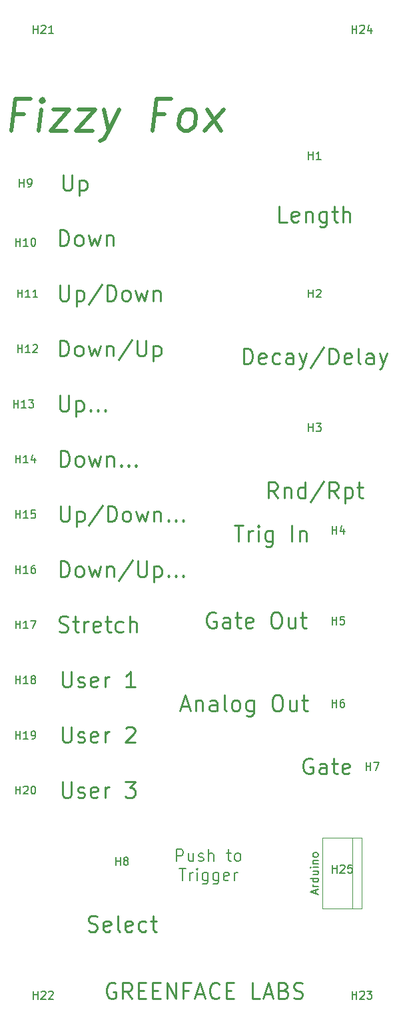
<source format=gbr>
G04 #@! TF.GenerationSoftware,KiCad,Pcbnew,(5.1.2)-1*
G04 #@! TF.CreationDate,2019-05-24T12:58:06-07:00*
G04 #@! TF.ProjectId,panel,70616e65-6c2e-46b6-9963-61645f706362,rev?*
G04 #@! TF.SameCoordinates,Original*
G04 #@! TF.FileFunction,Legend,Top*
G04 #@! TF.FilePolarity,Positive*
%FSLAX46Y46*%
G04 Gerber Fmt 4.6, Leading zero omitted, Abs format (unit mm)*
G04 Created by KiCad (PCBNEW (5.1.2)-1) date 2019-05-24 12:58:06*
%MOMM*%
%LPD*%
G04 APERTURE LIST*
%ADD10C,0.500000*%
%ADD11C,0.250000*%
%ADD12C,0.150000*%
%ADD13C,0.160000*%
%ADD14C,0.120000*%
G04 APERTURE END LIST*
D10*
X65060565Y-73714285D02*
X63727232Y-73714285D01*
X63465327Y-75809523D02*
X63965327Y-71809523D01*
X65870089Y-71809523D01*
X66893898Y-75809523D02*
X67227232Y-73142857D01*
X67393898Y-71809523D02*
X67179613Y-72000000D01*
X67346279Y-72190476D01*
X67560565Y-72000000D01*
X67393898Y-71809523D01*
X67346279Y-72190476D01*
X68751041Y-73142857D02*
X70846279Y-73142857D01*
X68417708Y-75809523D01*
X70512946Y-75809523D01*
X71989136Y-73142857D02*
X74084375Y-73142857D01*
X71655803Y-75809523D01*
X73751041Y-75809523D01*
X75227232Y-73142857D02*
X75846279Y-75809523D01*
X77131994Y-73142857D02*
X75846279Y-75809523D01*
X75346279Y-76761904D01*
X75131994Y-76952380D01*
X74727232Y-77142857D01*
X82965327Y-73714285D02*
X81631994Y-73714285D01*
X81370089Y-75809523D02*
X81870089Y-71809523D01*
X83774851Y-71809523D01*
X85370089Y-75809523D02*
X85012946Y-75619047D01*
X84846279Y-75428571D01*
X84703422Y-75047619D01*
X84846279Y-73904761D01*
X85084375Y-73523809D01*
X85298660Y-73333333D01*
X85703422Y-73142857D01*
X86274851Y-73142857D01*
X86631994Y-73333333D01*
X86798660Y-73523809D01*
X86941517Y-73904761D01*
X86798660Y-75047619D01*
X86560565Y-75428571D01*
X86346279Y-75619047D01*
X85941517Y-75809523D01*
X85370089Y-75809523D01*
X88036755Y-75809523D02*
X90465327Y-73142857D01*
X88370089Y-73142857D02*
X90131994Y-75809523D01*
D11*
X76666666Y-184000000D02*
X76476190Y-183904761D01*
X76190476Y-183904761D01*
X75904761Y-184000000D01*
X75714285Y-184190476D01*
X75619047Y-184380952D01*
X75523809Y-184761904D01*
X75523809Y-185047619D01*
X75619047Y-185428571D01*
X75714285Y-185619047D01*
X75904761Y-185809523D01*
X76190476Y-185904761D01*
X76380952Y-185904761D01*
X76666666Y-185809523D01*
X76761904Y-185714285D01*
X76761904Y-185047619D01*
X76380952Y-185047619D01*
X78761904Y-185904761D02*
X78095238Y-184952380D01*
X77619047Y-185904761D02*
X77619047Y-183904761D01*
X78380952Y-183904761D01*
X78571428Y-184000000D01*
X78666666Y-184095238D01*
X78761904Y-184285714D01*
X78761904Y-184571428D01*
X78666666Y-184761904D01*
X78571428Y-184857142D01*
X78380952Y-184952380D01*
X77619047Y-184952380D01*
X79619047Y-184857142D02*
X80285714Y-184857142D01*
X80571428Y-185904761D02*
X79619047Y-185904761D01*
X79619047Y-183904761D01*
X80571428Y-183904761D01*
X81428571Y-184857142D02*
X82095238Y-184857142D01*
X82380952Y-185904761D02*
X81428571Y-185904761D01*
X81428571Y-183904761D01*
X82380952Y-183904761D01*
X83238095Y-185904761D02*
X83238095Y-183904761D01*
X84380952Y-185904761D01*
X84380952Y-183904761D01*
X86000000Y-184857142D02*
X85333333Y-184857142D01*
X85333333Y-185904761D02*
X85333333Y-183904761D01*
X86285714Y-183904761D01*
X86952380Y-185333333D02*
X87904761Y-185333333D01*
X86761904Y-185904761D02*
X87428571Y-183904761D01*
X88095238Y-185904761D01*
X89904761Y-185714285D02*
X89809523Y-185809523D01*
X89523809Y-185904761D01*
X89333333Y-185904761D01*
X89047619Y-185809523D01*
X88857142Y-185619047D01*
X88761904Y-185428571D01*
X88666666Y-185047619D01*
X88666666Y-184761904D01*
X88761904Y-184380952D01*
X88857142Y-184190476D01*
X89047619Y-184000000D01*
X89333333Y-183904761D01*
X89523809Y-183904761D01*
X89809523Y-184000000D01*
X89904761Y-184095238D01*
X90761904Y-184857142D02*
X91428571Y-184857142D01*
X91714285Y-185904761D02*
X90761904Y-185904761D01*
X90761904Y-183904761D01*
X91714285Y-183904761D01*
X95047619Y-185904761D02*
X94095238Y-185904761D01*
X94095238Y-183904761D01*
X95619047Y-185333333D02*
X96571428Y-185333333D01*
X95428571Y-185904761D02*
X96095238Y-183904761D01*
X96761904Y-185904761D01*
X98095238Y-184857142D02*
X98380952Y-184952380D01*
X98476190Y-185047619D01*
X98571428Y-185238095D01*
X98571428Y-185523809D01*
X98476190Y-185714285D01*
X98380952Y-185809523D01*
X98190476Y-185904761D01*
X97428571Y-185904761D01*
X97428571Y-183904761D01*
X98095238Y-183904761D01*
X98285714Y-184000000D01*
X98380952Y-184095238D01*
X98476190Y-184285714D01*
X98476190Y-184476190D01*
X98380952Y-184666666D01*
X98285714Y-184761904D01*
X98095238Y-184857142D01*
X97428571Y-184857142D01*
X99333333Y-185809523D02*
X99619047Y-185904761D01*
X100095238Y-185904761D01*
X100285714Y-185809523D01*
X100380952Y-185714285D01*
X100476190Y-185523809D01*
X100476190Y-185333333D01*
X100380952Y-185142857D01*
X100285714Y-185047619D01*
X100095238Y-184952380D01*
X99714285Y-184857142D01*
X99523809Y-184761904D01*
X99428571Y-184666666D01*
X99333333Y-184476190D01*
X99333333Y-184285714D01*
X99428571Y-184095238D01*
X99523809Y-184000000D01*
X99714285Y-183904761D01*
X100190476Y-183904761D01*
X100476190Y-184000000D01*
X101690476Y-155500000D02*
X101500000Y-155404761D01*
X101214285Y-155404761D01*
X100928571Y-155500000D01*
X100738095Y-155690476D01*
X100642857Y-155880952D01*
X100547619Y-156261904D01*
X100547619Y-156547619D01*
X100642857Y-156928571D01*
X100738095Y-157119047D01*
X100928571Y-157309523D01*
X101214285Y-157404761D01*
X101404761Y-157404761D01*
X101690476Y-157309523D01*
X101785714Y-157214285D01*
X101785714Y-156547619D01*
X101404761Y-156547619D01*
X103500000Y-157404761D02*
X103500000Y-156357142D01*
X103404761Y-156166666D01*
X103214285Y-156071428D01*
X102833333Y-156071428D01*
X102642857Y-156166666D01*
X103500000Y-157309523D02*
X103309523Y-157404761D01*
X102833333Y-157404761D01*
X102642857Y-157309523D01*
X102547619Y-157119047D01*
X102547619Y-156928571D01*
X102642857Y-156738095D01*
X102833333Y-156642857D01*
X103309523Y-156642857D01*
X103500000Y-156547619D01*
X104166666Y-156071428D02*
X104928571Y-156071428D01*
X104452380Y-155404761D02*
X104452380Y-157119047D01*
X104547619Y-157309523D01*
X104738095Y-157404761D01*
X104928571Y-157404761D01*
X106357142Y-157309523D02*
X106166666Y-157404761D01*
X105785714Y-157404761D01*
X105595238Y-157309523D01*
X105500000Y-157119047D01*
X105500000Y-156357142D01*
X105595238Y-156166666D01*
X105785714Y-156071428D01*
X106166666Y-156071428D01*
X106357142Y-156166666D01*
X106452380Y-156357142D01*
X106452380Y-156547619D01*
X105500000Y-156738095D01*
X85095238Y-148833333D02*
X86047619Y-148833333D01*
X84904761Y-149404761D02*
X85571428Y-147404761D01*
X86238095Y-149404761D01*
X86904761Y-148071428D02*
X86904761Y-149404761D01*
X86904761Y-148261904D02*
X87000000Y-148166666D01*
X87190476Y-148071428D01*
X87476190Y-148071428D01*
X87666666Y-148166666D01*
X87761904Y-148357142D01*
X87761904Y-149404761D01*
X89571428Y-149404761D02*
X89571428Y-148357142D01*
X89476190Y-148166666D01*
X89285714Y-148071428D01*
X88904761Y-148071428D01*
X88714285Y-148166666D01*
X89571428Y-149309523D02*
X89380952Y-149404761D01*
X88904761Y-149404761D01*
X88714285Y-149309523D01*
X88619047Y-149119047D01*
X88619047Y-148928571D01*
X88714285Y-148738095D01*
X88904761Y-148642857D01*
X89380952Y-148642857D01*
X89571428Y-148547619D01*
X90809523Y-149404761D02*
X90619047Y-149309523D01*
X90523809Y-149119047D01*
X90523809Y-147404761D01*
X91857142Y-149404761D02*
X91666666Y-149309523D01*
X91571428Y-149214285D01*
X91476190Y-149023809D01*
X91476190Y-148452380D01*
X91571428Y-148261904D01*
X91666666Y-148166666D01*
X91857142Y-148071428D01*
X92142857Y-148071428D01*
X92333333Y-148166666D01*
X92428571Y-148261904D01*
X92523809Y-148452380D01*
X92523809Y-149023809D01*
X92428571Y-149214285D01*
X92333333Y-149309523D01*
X92142857Y-149404761D01*
X91857142Y-149404761D01*
X94238095Y-148071428D02*
X94238095Y-149690476D01*
X94142857Y-149880952D01*
X94047619Y-149976190D01*
X93857142Y-150071428D01*
X93571428Y-150071428D01*
X93380952Y-149976190D01*
X94238095Y-149309523D02*
X94047619Y-149404761D01*
X93666666Y-149404761D01*
X93476190Y-149309523D01*
X93380952Y-149214285D01*
X93285714Y-149023809D01*
X93285714Y-148452380D01*
X93380952Y-148261904D01*
X93476190Y-148166666D01*
X93666666Y-148071428D01*
X94047619Y-148071428D01*
X94238095Y-148166666D01*
X97095238Y-147404761D02*
X97476190Y-147404761D01*
X97666666Y-147500000D01*
X97857142Y-147690476D01*
X97952380Y-148071428D01*
X97952380Y-148738095D01*
X97857142Y-149119047D01*
X97666666Y-149309523D01*
X97476190Y-149404761D01*
X97095238Y-149404761D01*
X96904761Y-149309523D01*
X96714285Y-149119047D01*
X96619047Y-148738095D01*
X96619047Y-148071428D01*
X96714285Y-147690476D01*
X96904761Y-147500000D01*
X97095238Y-147404761D01*
X99666666Y-148071428D02*
X99666666Y-149404761D01*
X98809523Y-148071428D02*
X98809523Y-149119047D01*
X98904761Y-149309523D01*
X99095238Y-149404761D01*
X99380952Y-149404761D01*
X99571428Y-149309523D01*
X99666666Y-149214285D01*
X100333333Y-148071428D02*
X101095238Y-148071428D01*
X100619047Y-147404761D02*
X100619047Y-149119047D01*
X100714285Y-149309523D01*
X100904761Y-149404761D01*
X101095238Y-149404761D01*
X89404761Y-137000000D02*
X89214285Y-136904761D01*
X88928571Y-136904761D01*
X88642857Y-137000000D01*
X88452380Y-137190476D01*
X88357142Y-137380952D01*
X88261904Y-137761904D01*
X88261904Y-138047619D01*
X88357142Y-138428571D01*
X88452380Y-138619047D01*
X88642857Y-138809523D01*
X88928571Y-138904761D01*
X89119047Y-138904761D01*
X89404761Y-138809523D01*
X89500000Y-138714285D01*
X89500000Y-138047619D01*
X89119047Y-138047619D01*
X91214285Y-138904761D02*
X91214285Y-137857142D01*
X91119047Y-137666666D01*
X90928571Y-137571428D01*
X90547619Y-137571428D01*
X90357142Y-137666666D01*
X91214285Y-138809523D02*
X91023809Y-138904761D01*
X90547619Y-138904761D01*
X90357142Y-138809523D01*
X90261904Y-138619047D01*
X90261904Y-138428571D01*
X90357142Y-138238095D01*
X90547619Y-138142857D01*
X91023809Y-138142857D01*
X91214285Y-138047619D01*
X91880952Y-137571428D02*
X92642857Y-137571428D01*
X92166666Y-136904761D02*
X92166666Y-138619047D01*
X92261904Y-138809523D01*
X92452380Y-138904761D01*
X92642857Y-138904761D01*
X94071428Y-138809523D02*
X93880952Y-138904761D01*
X93500000Y-138904761D01*
X93309523Y-138809523D01*
X93214285Y-138619047D01*
X93214285Y-137857142D01*
X93309523Y-137666666D01*
X93500000Y-137571428D01*
X93880952Y-137571428D01*
X94071428Y-137666666D01*
X94166666Y-137857142D01*
X94166666Y-138047619D01*
X93214285Y-138238095D01*
X96928571Y-136904761D02*
X97309523Y-136904761D01*
X97500000Y-137000000D01*
X97690476Y-137190476D01*
X97785714Y-137571428D01*
X97785714Y-138238095D01*
X97690476Y-138619047D01*
X97500000Y-138809523D01*
X97309523Y-138904761D01*
X96928571Y-138904761D01*
X96738095Y-138809523D01*
X96547619Y-138619047D01*
X96452380Y-138238095D01*
X96452380Y-137571428D01*
X96547619Y-137190476D01*
X96738095Y-137000000D01*
X96928571Y-136904761D01*
X99500000Y-137571428D02*
X99500000Y-138904761D01*
X98642857Y-137571428D02*
X98642857Y-138619047D01*
X98738095Y-138809523D01*
X98928571Y-138904761D01*
X99214285Y-138904761D01*
X99404761Y-138809523D01*
X99500000Y-138714285D01*
X100166666Y-137571428D02*
X100928571Y-137571428D01*
X100452380Y-136904761D02*
X100452380Y-138619047D01*
X100547619Y-138809523D01*
X100738095Y-138904761D01*
X100928571Y-138904761D01*
X91785714Y-125904761D02*
X92928571Y-125904761D01*
X92357142Y-127904761D02*
X92357142Y-125904761D01*
X93595238Y-127904761D02*
X93595238Y-126571428D01*
X93595238Y-126952380D02*
X93690476Y-126761904D01*
X93785714Y-126666666D01*
X93976190Y-126571428D01*
X94166666Y-126571428D01*
X94833333Y-127904761D02*
X94833333Y-126571428D01*
X94833333Y-125904761D02*
X94738095Y-126000000D01*
X94833333Y-126095238D01*
X94928571Y-126000000D01*
X94833333Y-125904761D01*
X94833333Y-126095238D01*
X96642857Y-126571428D02*
X96642857Y-128190476D01*
X96547619Y-128380952D01*
X96452380Y-128476190D01*
X96261904Y-128571428D01*
X95976190Y-128571428D01*
X95785714Y-128476190D01*
X96642857Y-127809523D02*
X96452380Y-127904761D01*
X96071428Y-127904761D01*
X95880952Y-127809523D01*
X95785714Y-127714285D01*
X95690476Y-127523809D01*
X95690476Y-126952380D01*
X95785714Y-126761904D01*
X95880952Y-126666666D01*
X96071428Y-126571428D01*
X96452380Y-126571428D01*
X96642857Y-126666666D01*
X99119047Y-127904761D02*
X99119047Y-125904761D01*
X100071428Y-126571428D02*
X100071428Y-127904761D01*
X100071428Y-126761904D02*
X100166666Y-126666666D01*
X100357142Y-126571428D01*
X100642857Y-126571428D01*
X100833333Y-126666666D01*
X100928571Y-126857142D01*
X100928571Y-127904761D01*
D12*
X102166666Y-172595238D02*
X102166666Y-172119047D01*
X102452380Y-172690476D02*
X101452380Y-172357142D01*
X102452380Y-172023809D01*
X102452380Y-171690476D02*
X101785714Y-171690476D01*
X101976190Y-171690476D02*
X101880952Y-171642857D01*
X101833333Y-171595238D01*
X101785714Y-171500000D01*
X101785714Y-171404761D01*
X102452380Y-170642857D02*
X101452380Y-170642857D01*
X102404761Y-170642857D02*
X102452380Y-170738095D01*
X102452380Y-170928571D01*
X102404761Y-171023809D01*
X102357142Y-171071428D01*
X102261904Y-171119047D01*
X101976190Y-171119047D01*
X101880952Y-171071428D01*
X101833333Y-171023809D01*
X101785714Y-170928571D01*
X101785714Y-170738095D01*
X101833333Y-170642857D01*
X101785714Y-169738095D02*
X102452380Y-169738095D01*
X101785714Y-170166666D02*
X102309523Y-170166666D01*
X102404761Y-170119047D01*
X102452380Y-170023809D01*
X102452380Y-169880952D01*
X102404761Y-169785714D01*
X102357142Y-169738095D01*
X102452380Y-169261904D02*
X101785714Y-169261904D01*
X101452380Y-169261904D02*
X101500000Y-169309523D01*
X101547619Y-169261904D01*
X101500000Y-169214285D01*
X101452380Y-169261904D01*
X101547619Y-169261904D01*
X101785714Y-168785714D02*
X102452380Y-168785714D01*
X101880952Y-168785714D02*
X101833333Y-168738095D01*
X101785714Y-168642857D01*
X101785714Y-168500000D01*
X101833333Y-168404761D01*
X101928571Y-168357142D01*
X102452380Y-168357142D01*
X102452380Y-167738095D02*
X102404761Y-167833333D01*
X102357142Y-167880952D01*
X102261904Y-167928571D01*
X101976190Y-167928571D01*
X101880952Y-167880952D01*
X101833333Y-167833333D01*
X101785714Y-167738095D01*
X101785714Y-167595238D01*
X101833333Y-167500000D01*
X101880952Y-167452380D01*
X101976190Y-167404761D01*
X102261904Y-167404761D01*
X102357142Y-167452380D01*
X102404761Y-167500000D01*
X102452380Y-167595238D01*
X102452380Y-167738095D01*
D13*
X84464285Y-168473571D02*
X84464285Y-166973571D01*
X85035714Y-166973571D01*
X85178571Y-167045000D01*
X85250000Y-167116428D01*
X85321428Y-167259285D01*
X85321428Y-167473571D01*
X85250000Y-167616428D01*
X85178571Y-167687857D01*
X85035714Y-167759285D01*
X84464285Y-167759285D01*
X86607142Y-167473571D02*
X86607142Y-168473571D01*
X85964285Y-167473571D02*
X85964285Y-168259285D01*
X86035714Y-168402142D01*
X86178571Y-168473571D01*
X86392857Y-168473571D01*
X86535714Y-168402142D01*
X86607142Y-168330714D01*
X87250000Y-168402142D02*
X87392857Y-168473571D01*
X87678571Y-168473571D01*
X87821428Y-168402142D01*
X87892857Y-168259285D01*
X87892857Y-168187857D01*
X87821428Y-168045000D01*
X87678571Y-167973571D01*
X87464285Y-167973571D01*
X87321428Y-167902142D01*
X87250000Y-167759285D01*
X87250000Y-167687857D01*
X87321428Y-167545000D01*
X87464285Y-167473571D01*
X87678571Y-167473571D01*
X87821428Y-167545000D01*
X88535714Y-168473571D02*
X88535714Y-166973571D01*
X89178571Y-168473571D02*
X89178571Y-167687857D01*
X89107142Y-167545000D01*
X88964285Y-167473571D01*
X88750000Y-167473571D01*
X88607142Y-167545000D01*
X88535714Y-167616428D01*
X90821428Y-167473571D02*
X91392857Y-167473571D01*
X91035714Y-166973571D02*
X91035714Y-168259285D01*
X91107142Y-168402142D01*
X91250000Y-168473571D01*
X91392857Y-168473571D01*
X92107142Y-168473571D02*
X91964285Y-168402142D01*
X91892857Y-168330714D01*
X91821428Y-168187857D01*
X91821428Y-167759285D01*
X91892857Y-167616428D01*
X91964285Y-167545000D01*
X92107142Y-167473571D01*
X92321428Y-167473571D01*
X92464285Y-167545000D01*
X92535714Y-167616428D01*
X92607142Y-167759285D01*
X92607142Y-168187857D01*
X92535714Y-168330714D01*
X92464285Y-168402142D01*
X92321428Y-168473571D01*
X92107142Y-168473571D01*
X84785714Y-169383571D02*
X85642857Y-169383571D01*
X85214285Y-170883571D02*
X85214285Y-169383571D01*
X86142857Y-170883571D02*
X86142857Y-169883571D01*
X86142857Y-170169285D02*
X86214285Y-170026428D01*
X86285714Y-169955000D01*
X86428571Y-169883571D01*
X86571428Y-169883571D01*
X87071428Y-170883571D02*
X87071428Y-169883571D01*
X87071428Y-169383571D02*
X87000000Y-169455000D01*
X87071428Y-169526428D01*
X87142857Y-169455000D01*
X87071428Y-169383571D01*
X87071428Y-169526428D01*
X88428571Y-169883571D02*
X88428571Y-171097857D01*
X88357142Y-171240714D01*
X88285714Y-171312142D01*
X88142857Y-171383571D01*
X87928571Y-171383571D01*
X87785714Y-171312142D01*
X88428571Y-170812142D02*
X88285714Y-170883571D01*
X88000000Y-170883571D01*
X87857142Y-170812142D01*
X87785714Y-170740714D01*
X87714285Y-170597857D01*
X87714285Y-170169285D01*
X87785714Y-170026428D01*
X87857142Y-169955000D01*
X88000000Y-169883571D01*
X88285714Y-169883571D01*
X88428571Y-169955000D01*
X89785714Y-169883571D02*
X89785714Y-171097857D01*
X89714285Y-171240714D01*
X89642857Y-171312142D01*
X89500000Y-171383571D01*
X89285714Y-171383571D01*
X89142857Y-171312142D01*
X89785714Y-170812142D02*
X89642857Y-170883571D01*
X89357142Y-170883571D01*
X89214285Y-170812142D01*
X89142857Y-170740714D01*
X89071428Y-170597857D01*
X89071428Y-170169285D01*
X89142857Y-170026428D01*
X89214285Y-169955000D01*
X89357142Y-169883571D01*
X89642857Y-169883571D01*
X89785714Y-169955000D01*
X91071428Y-170812142D02*
X90928571Y-170883571D01*
X90642857Y-170883571D01*
X90500000Y-170812142D01*
X90428571Y-170669285D01*
X90428571Y-170097857D01*
X90500000Y-169955000D01*
X90642857Y-169883571D01*
X90928571Y-169883571D01*
X91071428Y-169955000D01*
X91142857Y-170097857D01*
X91142857Y-170240714D01*
X90428571Y-170383571D01*
X91785714Y-170883571D02*
X91785714Y-169883571D01*
X91785714Y-170169285D02*
X91857142Y-170026428D01*
X91928571Y-169955000D01*
X92071428Y-169883571D01*
X92214285Y-169883571D01*
D11*
X73261904Y-177309523D02*
X73547619Y-177404761D01*
X74023809Y-177404761D01*
X74214285Y-177309523D01*
X74309523Y-177214285D01*
X74404761Y-177023809D01*
X74404761Y-176833333D01*
X74309523Y-176642857D01*
X74214285Y-176547619D01*
X74023809Y-176452380D01*
X73642857Y-176357142D01*
X73452380Y-176261904D01*
X73357142Y-176166666D01*
X73261904Y-175976190D01*
X73261904Y-175785714D01*
X73357142Y-175595238D01*
X73452380Y-175500000D01*
X73642857Y-175404761D01*
X74119047Y-175404761D01*
X74404761Y-175500000D01*
X76023809Y-177309523D02*
X75833333Y-177404761D01*
X75452380Y-177404761D01*
X75261904Y-177309523D01*
X75166666Y-177119047D01*
X75166666Y-176357142D01*
X75261904Y-176166666D01*
X75452380Y-176071428D01*
X75833333Y-176071428D01*
X76023809Y-176166666D01*
X76119047Y-176357142D01*
X76119047Y-176547619D01*
X75166666Y-176738095D01*
X77261904Y-177404761D02*
X77071428Y-177309523D01*
X76976190Y-177119047D01*
X76976190Y-175404761D01*
X78785714Y-177309523D02*
X78595238Y-177404761D01*
X78214285Y-177404761D01*
X78023809Y-177309523D01*
X77928571Y-177119047D01*
X77928571Y-176357142D01*
X78023809Y-176166666D01*
X78214285Y-176071428D01*
X78595238Y-176071428D01*
X78785714Y-176166666D01*
X78880952Y-176357142D01*
X78880952Y-176547619D01*
X77928571Y-176738095D01*
X80595238Y-177309523D02*
X80404761Y-177404761D01*
X80023809Y-177404761D01*
X79833333Y-177309523D01*
X79738095Y-177214285D01*
X79642857Y-177023809D01*
X79642857Y-176452380D01*
X79738095Y-176261904D01*
X79833333Y-176166666D01*
X80023809Y-176071428D01*
X80404761Y-176071428D01*
X80595238Y-176166666D01*
X81166666Y-176071428D02*
X81928571Y-176071428D01*
X81452380Y-175404761D02*
X81452380Y-177119047D01*
X81547619Y-177309523D01*
X81738095Y-177404761D01*
X81928571Y-177404761D01*
X97285714Y-122404761D02*
X96619047Y-121452380D01*
X96142857Y-122404761D02*
X96142857Y-120404761D01*
X96904761Y-120404761D01*
X97095238Y-120500000D01*
X97190476Y-120595238D01*
X97285714Y-120785714D01*
X97285714Y-121071428D01*
X97190476Y-121261904D01*
X97095238Y-121357142D01*
X96904761Y-121452380D01*
X96142857Y-121452380D01*
X98142857Y-121071428D02*
X98142857Y-122404761D01*
X98142857Y-121261904D02*
X98238095Y-121166666D01*
X98428571Y-121071428D01*
X98714285Y-121071428D01*
X98904761Y-121166666D01*
X99000000Y-121357142D01*
X99000000Y-122404761D01*
X100809523Y-122404761D02*
X100809523Y-120404761D01*
X100809523Y-122309523D02*
X100619047Y-122404761D01*
X100238095Y-122404761D01*
X100047619Y-122309523D01*
X99952380Y-122214285D01*
X99857142Y-122023809D01*
X99857142Y-121452380D01*
X99952380Y-121261904D01*
X100047619Y-121166666D01*
X100238095Y-121071428D01*
X100619047Y-121071428D01*
X100809523Y-121166666D01*
X103190476Y-120309523D02*
X101476190Y-122880952D01*
X105000000Y-122404761D02*
X104333333Y-121452380D01*
X103857142Y-122404761D02*
X103857142Y-120404761D01*
X104619047Y-120404761D01*
X104809523Y-120500000D01*
X104904761Y-120595238D01*
X105000000Y-120785714D01*
X105000000Y-121071428D01*
X104904761Y-121261904D01*
X104809523Y-121357142D01*
X104619047Y-121452380D01*
X103857142Y-121452380D01*
X105857142Y-121071428D02*
X105857142Y-123071428D01*
X105857142Y-121166666D02*
X106047619Y-121071428D01*
X106428571Y-121071428D01*
X106619047Y-121166666D01*
X106714285Y-121261904D01*
X106809523Y-121452380D01*
X106809523Y-122023809D01*
X106714285Y-122214285D01*
X106619047Y-122309523D01*
X106428571Y-122404761D01*
X106047619Y-122404761D01*
X105857142Y-122309523D01*
X107380952Y-121071428D02*
X108142857Y-121071428D01*
X107666666Y-120404761D02*
X107666666Y-122119047D01*
X107761904Y-122309523D01*
X107952380Y-122404761D01*
X108142857Y-122404761D01*
X93000000Y-105404761D02*
X93000000Y-103404761D01*
X93476190Y-103404761D01*
X93761904Y-103500000D01*
X93952380Y-103690476D01*
X94047619Y-103880952D01*
X94142857Y-104261904D01*
X94142857Y-104547619D01*
X94047619Y-104928571D01*
X93952380Y-105119047D01*
X93761904Y-105309523D01*
X93476190Y-105404761D01*
X93000000Y-105404761D01*
X95761904Y-105309523D02*
X95571428Y-105404761D01*
X95190476Y-105404761D01*
X95000000Y-105309523D01*
X94904761Y-105119047D01*
X94904761Y-104357142D01*
X95000000Y-104166666D01*
X95190476Y-104071428D01*
X95571428Y-104071428D01*
X95761904Y-104166666D01*
X95857142Y-104357142D01*
X95857142Y-104547619D01*
X94904761Y-104738095D01*
X97571428Y-105309523D02*
X97380952Y-105404761D01*
X97000000Y-105404761D01*
X96809523Y-105309523D01*
X96714285Y-105214285D01*
X96619047Y-105023809D01*
X96619047Y-104452380D01*
X96714285Y-104261904D01*
X96809523Y-104166666D01*
X97000000Y-104071428D01*
X97380952Y-104071428D01*
X97571428Y-104166666D01*
X99285714Y-105404761D02*
X99285714Y-104357142D01*
X99190476Y-104166666D01*
X99000000Y-104071428D01*
X98619047Y-104071428D01*
X98428571Y-104166666D01*
X99285714Y-105309523D02*
X99095238Y-105404761D01*
X98619047Y-105404761D01*
X98428571Y-105309523D01*
X98333333Y-105119047D01*
X98333333Y-104928571D01*
X98428571Y-104738095D01*
X98619047Y-104642857D01*
X99095238Y-104642857D01*
X99285714Y-104547619D01*
X100047619Y-104071428D02*
X100523809Y-105404761D01*
X101000000Y-104071428D02*
X100523809Y-105404761D01*
X100333333Y-105880952D01*
X100238095Y-105976190D01*
X100047619Y-106071428D01*
X103190476Y-103309523D02*
X101476190Y-105880952D01*
X103857142Y-105404761D02*
X103857142Y-103404761D01*
X104333333Y-103404761D01*
X104619047Y-103500000D01*
X104809523Y-103690476D01*
X104904761Y-103880952D01*
X105000000Y-104261904D01*
X105000000Y-104547619D01*
X104904761Y-104928571D01*
X104809523Y-105119047D01*
X104619047Y-105309523D01*
X104333333Y-105404761D01*
X103857142Y-105404761D01*
X106619047Y-105309523D02*
X106428571Y-105404761D01*
X106047619Y-105404761D01*
X105857142Y-105309523D01*
X105761904Y-105119047D01*
X105761904Y-104357142D01*
X105857142Y-104166666D01*
X106047619Y-104071428D01*
X106428571Y-104071428D01*
X106619047Y-104166666D01*
X106714285Y-104357142D01*
X106714285Y-104547619D01*
X105761904Y-104738095D01*
X107857142Y-105404761D02*
X107666666Y-105309523D01*
X107571428Y-105119047D01*
X107571428Y-103404761D01*
X109476190Y-105404761D02*
X109476190Y-104357142D01*
X109380952Y-104166666D01*
X109190476Y-104071428D01*
X108809523Y-104071428D01*
X108619047Y-104166666D01*
X109476190Y-105309523D02*
X109285714Y-105404761D01*
X108809523Y-105404761D01*
X108619047Y-105309523D01*
X108523809Y-105119047D01*
X108523809Y-104928571D01*
X108619047Y-104738095D01*
X108809523Y-104642857D01*
X109285714Y-104642857D01*
X109476190Y-104547619D01*
X110238095Y-104071428D02*
X110714285Y-105404761D01*
X111190476Y-104071428D02*
X110714285Y-105404761D01*
X110523809Y-105880952D01*
X110428571Y-105976190D01*
X110238095Y-106071428D01*
X98476190Y-87404761D02*
X97523809Y-87404761D01*
X97523809Y-85404761D01*
X99904761Y-87309523D02*
X99714285Y-87404761D01*
X99333333Y-87404761D01*
X99142857Y-87309523D01*
X99047619Y-87119047D01*
X99047619Y-86357142D01*
X99142857Y-86166666D01*
X99333333Y-86071428D01*
X99714285Y-86071428D01*
X99904761Y-86166666D01*
X100000000Y-86357142D01*
X100000000Y-86547619D01*
X99047619Y-86738095D01*
X100857142Y-86071428D02*
X100857142Y-87404761D01*
X100857142Y-86261904D02*
X100952380Y-86166666D01*
X101142857Y-86071428D01*
X101428571Y-86071428D01*
X101619047Y-86166666D01*
X101714285Y-86357142D01*
X101714285Y-87404761D01*
X103523809Y-86071428D02*
X103523809Y-87690476D01*
X103428571Y-87880952D01*
X103333333Y-87976190D01*
X103142857Y-88071428D01*
X102857142Y-88071428D01*
X102666666Y-87976190D01*
X103523809Y-87309523D02*
X103333333Y-87404761D01*
X102952380Y-87404761D01*
X102761904Y-87309523D01*
X102666666Y-87214285D01*
X102571428Y-87023809D01*
X102571428Y-86452380D01*
X102666666Y-86261904D01*
X102761904Y-86166666D01*
X102952380Y-86071428D01*
X103333333Y-86071428D01*
X103523809Y-86166666D01*
X104190476Y-86071428D02*
X104952380Y-86071428D01*
X104476190Y-85404761D02*
X104476190Y-87119047D01*
X104571428Y-87309523D01*
X104761904Y-87404761D01*
X104952380Y-87404761D01*
X105619047Y-87404761D02*
X105619047Y-85404761D01*
X106476190Y-87404761D02*
X106476190Y-86357142D01*
X106380952Y-86166666D01*
X106190476Y-86071428D01*
X105904761Y-86071428D01*
X105714285Y-86166666D01*
X105619047Y-86261904D01*
X69928571Y-158404761D02*
X69928571Y-160023809D01*
X70023809Y-160214285D01*
X70119047Y-160309523D01*
X70309523Y-160404761D01*
X70690476Y-160404761D01*
X70880952Y-160309523D01*
X70976190Y-160214285D01*
X71071428Y-160023809D01*
X71071428Y-158404761D01*
X71928571Y-160309523D02*
X72119047Y-160404761D01*
X72500000Y-160404761D01*
X72690476Y-160309523D01*
X72785714Y-160119047D01*
X72785714Y-160023809D01*
X72690476Y-159833333D01*
X72500000Y-159738095D01*
X72214285Y-159738095D01*
X72023809Y-159642857D01*
X71928571Y-159452380D01*
X71928571Y-159357142D01*
X72023809Y-159166666D01*
X72214285Y-159071428D01*
X72500000Y-159071428D01*
X72690476Y-159166666D01*
X74404761Y-160309523D02*
X74214285Y-160404761D01*
X73833333Y-160404761D01*
X73642857Y-160309523D01*
X73547619Y-160119047D01*
X73547619Y-159357142D01*
X73642857Y-159166666D01*
X73833333Y-159071428D01*
X74214285Y-159071428D01*
X74404761Y-159166666D01*
X74500000Y-159357142D01*
X74500000Y-159547619D01*
X73547619Y-159738095D01*
X75357142Y-160404761D02*
X75357142Y-159071428D01*
X75357142Y-159452380D02*
X75452380Y-159261904D01*
X75547619Y-159166666D01*
X75738095Y-159071428D01*
X75928571Y-159071428D01*
X77928571Y-158404761D02*
X79166666Y-158404761D01*
X78500000Y-159166666D01*
X78785714Y-159166666D01*
X78976190Y-159261904D01*
X79071428Y-159357142D01*
X79166666Y-159547619D01*
X79166666Y-160023809D01*
X79071428Y-160214285D01*
X78976190Y-160309523D01*
X78785714Y-160404761D01*
X78214285Y-160404761D01*
X78023809Y-160309523D01*
X77928571Y-160214285D01*
X69928571Y-151404761D02*
X69928571Y-153023809D01*
X70023809Y-153214285D01*
X70119047Y-153309523D01*
X70309523Y-153404761D01*
X70690476Y-153404761D01*
X70880952Y-153309523D01*
X70976190Y-153214285D01*
X71071428Y-153023809D01*
X71071428Y-151404761D01*
X71928571Y-153309523D02*
X72119047Y-153404761D01*
X72500000Y-153404761D01*
X72690476Y-153309523D01*
X72785714Y-153119047D01*
X72785714Y-153023809D01*
X72690476Y-152833333D01*
X72500000Y-152738095D01*
X72214285Y-152738095D01*
X72023809Y-152642857D01*
X71928571Y-152452380D01*
X71928571Y-152357142D01*
X72023809Y-152166666D01*
X72214285Y-152071428D01*
X72500000Y-152071428D01*
X72690476Y-152166666D01*
X74404761Y-153309523D02*
X74214285Y-153404761D01*
X73833333Y-153404761D01*
X73642857Y-153309523D01*
X73547619Y-153119047D01*
X73547619Y-152357142D01*
X73642857Y-152166666D01*
X73833333Y-152071428D01*
X74214285Y-152071428D01*
X74404761Y-152166666D01*
X74500000Y-152357142D01*
X74500000Y-152547619D01*
X73547619Y-152738095D01*
X75357142Y-153404761D02*
X75357142Y-152071428D01*
X75357142Y-152452380D02*
X75452380Y-152261904D01*
X75547619Y-152166666D01*
X75738095Y-152071428D01*
X75928571Y-152071428D01*
X78023809Y-151595238D02*
X78119047Y-151500000D01*
X78309523Y-151404761D01*
X78785714Y-151404761D01*
X78976190Y-151500000D01*
X79071428Y-151595238D01*
X79166666Y-151785714D01*
X79166666Y-151976190D01*
X79071428Y-152261904D01*
X77928571Y-153404761D01*
X79166666Y-153404761D01*
X69928571Y-144404761D02*
X69928571Y-146023809D01*
X70023809Y-146214285D01*
X70119047Y-146309523D01*
X70309523Y-146404761D01*
X70690476Y-146404761D01*
X70880952Y-146309523D01*
X70976190Y-146214285D01*
X71071428Y-146023809D01*
X71071428Y-144404761D01*
X71928571Y-146309523D02*
X72119047Y-146404761D01*
X72500000Y-146404761D01*
X72690476Y-146309523D01*
X72785714Y-146119047D01*
X72785714Y-146023809D01*
X72690476Y-145833333D01*
X72500000Y-145738095D01*
X72214285Y-145738095D01*
X72023809Y-145642857D01*
X71928571Y-145452380D01*
X71928571Y-145357142D01*
X72023809Y-145166666D01*
X72214285Y-145071428D01*
X72500000Y-145071428D01*
X72690476Y-145166666D01*
X74404761Y-146309523D02*
X74214285Y-146404761D01*
X73833333Y-146404761D01*
X73642857Y-146309523D01*
X73547619Y-146119047D01*
X73547619Y-145357142D01*
X73642857Y-145166666D01*
X73833333Y-145071428D01*
X74214285Y-145071428D01*
X74404761Y-145166666D01*
X74500000Y-145357142D01*
X74500000Y-145547619D01*
X73547619Y-145738095D01*
X75357142Y-146404761D02*
X75357142Y-145071428D01*
X75357142Y-145452380D02*
X75452380Y-145261904D01*
X75547619Y-145166666D01*
X75738095Y-145071428D01*
X75928571Y-145071428D01*
X79166666Y-146404761D02*
X78023809Y-146404761D01*
X78595238Y-146404761D02*
X78595238Y-144404761D01*
X78404761Y-144690476D01*
X78214285Y-144880952D01*
X78023809Y-144976190D01*
X69547619Y-139309523D02*
X69833333Y-139404761D01*
X70309523Y-139404761D01*
X70500000Y-139309523D01*
X70595238Y-139214285D01*
X70690476Y-139023809D01*
X70690476Y-138833333D01*
X70595238Y-138642857D01*
X70500000Y-138547619D01*
X70309523Y-138452380D01*
X69928571Y-138357142D01*
X69738095Y-138261904D01*
X69642857Y-138166666D01*
X69547619Y-137976190D01*
X69547619Y-137785714D01*
X69642857Y-137595238D01*
X69738095Y-137500000D01*
X69928571Y-137404761D01*
X70404761Y-137404761D01*
X70690476Y-137500000D01*
X71261904Y-138071428D02*
X72023809Y-138071428D01*
X71547619Y-137404761D02*
X71547619Y-139119047D01*
X71642857Y-139309523D01*
X71833333Y-139404761D01*
X72023809Y-139404761D01*
X72690476Y-139404761D02*
X72690476Y-138071428D01*
X72690476Y-138452380D02*
X72785714Y-138261904D01*
X72880952Y-138166666D01*
X73071428Y-138071428D01*
X73261904Y-138071428D01*
X74690476Y-139309523D02*
X74500000Y-139404761D01*
X74119047Y-139404761D01*
X73928571Y-139309523D01*
X73833333Y-139119047D01*
X73833333Y-138357142D01*
X73928571Y-138166666D01*
X74119047Y-138071428D01*
X74500000Y-138071428D01*
X74690476Y-138166666D01*
X74785714Y-138357142D01*
X74785714Y-138547619D01*
X73833333Y-138738095D01*
X75357142Y-138071428D02*
X76119047Y-138071428D01*
X75642857Y-137404761D02*
X75642857Y-139119047D01*
X75738095Y-139309523D01*
X75928571Y-139404761D01*
X76119047Y-139404761D01*
X77642857Y-139309523D02*
X77452380Y-139404761D01*
X77071428Y-139404761D01*
X76880952Y-139309523D01*
X76785714Y-139214285D01*
X76690476Y-139023809D01*
X76690476Y-138452380D01*
X76785714Y-138261904D01*
X76880952Y-138166666D01*
X77071428Y-138071428D01*
X77452380Y-138071428D01*
X77642857Y-138166666D01*
X78500000Y-139404761D02*
X78500000Y-137404761D01*
X79357142Y-139404761D02*
X79357142Y-138357142D01*
X79261904Y-138166666D01*
X79071428Y-138071428D01*
X78785714Y-138071428D01*
X78595238Y-138166666D01*
X78500000Y-138261904D01*
X69690476Y-132404761D02*
X69690476Y-130404761D01*
X70166666Y-130404761D01*
X70452380Y-130500000D01*
X70642857Y-130690476D01*
X70738095Y-130880952D01*
X70833333Y-131261904D01*
X70833333Y-131547619D01*
X70738095Y-131928571D01*
X70642857Y-132119047D01*
X70452380Y-132309523D01*
X70166666Y-132404761D01*
X69690476Y-132404761D01*
X71976190Y-132404761D02*
X71785714Y-132309523D01*
X71690476Y-132214285D01*
X71595238Y-132023809D01*
X71595238Y-131452380D01*
X71690476Y-131261904D01*
X71785714Y-131166666D01*
X71976190Y-131071428D01*
X72261904Y-131071428D01*
X72452380Y-131166666D01*
X72547619Y-131261904D01*
X72642857Y-131452380D01*
X72642857Y-132023809D01*
X72547619Y-132214285D01*
X72452380Y-132309523D01*
X72261904Y-132404761D01*
X71976190Y-132404761D01*
X73309523Y-131071428D02*
X73690476Y-132404761D01*
X74071428Y-131452380D01*
X74452380Y-132404761D01*
X74833333Y-131071428D01*
X75595238Y-131071428D02*
X75595238Y-132404761D01*
X75595238Y-131261904D02*
X75690476Y-131166666D01*
X75880952Y-131071428D01*
X76166666Y-131071428D01*
X76357142Y-131166666D01*
X76452380Y-131357142D01*
X76452380Y-132404761D01*
X78833333Y-130309523D02*
X77119047Y-132880952D01*
X79500000Y-130404761D02*
X79500000Y-132023809D01*
X79595238Y-132214285D01*
X79690476Y-132309523D01*
X79880952Y-132404761D01*
X80261904Y-132404761D01*
X80452380Y-132309523D01*
X80547619Y-132214285D01*
X80642857Y-132023809D01*
X80642857Y-130404761D01*
X81595238Y-131071428D02*
X81595238Y-133071428D01*
X81595238Y-131166666D02*
X81785714Y-131071428D01*
X82166666Y-131071428D01*
X82357142Y-131166666D01*
X82452380Y-131261904D01*
X82547619Y-131452380D01*
X82547619Y-132023809D01*
X82452380Y-132214285D01*
X82357142Y-132309523D01*
X82166666Y-132404761D01*
X81785714Y-132404761D01*
X81595238Y-132309523D01*
X83404761Y-132214285D02*
X83500000Y-132309523D01*
X83404761Y-132404761D01*
X83309523Y-132309523D01*
X83404761Y-132214285D01*
X83404761Y-132404761D01*
X84357142Y-132214285D02*
X84452380Y-132309523D01*
X84357142Y-132404761D01*
X84261904Y-132309523D01*
X84357142Y-132214285D01*
X84357142Y-132404761D01*
X85309523Y-132214285D02*
X85404761Y-132309523D01*
X85309523Y-132404761D01*
X85214285Y-132309523D01*
X85309523Y-132214285D01*
X85309523Y-132404761D01*
X69690476Y-123404761D02*
X69690476Y-125023809D01*
X69785714Y-125214285D01*
X69880952Y-125309523D01*
X70071428Y-125404761D01*
X70452380Y-125404761D01*
X70642857Y-125309523D01*
X70738095Y-125214285D01*
X70833333Y-125023809D01*
X70833333Y-123404761D01*
X71785714Y-124071428D02*
X71785714Y-126071428D01*
X71785714Y-124166666D02*
X71976190Y-124071428D01*
X72357142Y-124071428D01*
X72547619Y-124166666D01*
X72642857Y-124261904D01*
X72738095Y-124452380D01*
X72738095Y-125023809D01*
X72642857Y-125214285D01*
X72547619Y-125309523D01*
X72357142Y-125404761D01*
X71976190Y-125404761D01*
X71785714Y-125309523D01*
X75023809Y-123309523D02*
X73309523Y-125880952D01*
X75690476Y-125404761D02*
X75690476Y-123404761D01*
X76166666Y-123404761D01*
X76452380Y-123500000D01*
X76642857Y-123690476D01*
X76738095Y-123880952D01*
X76833333Y-124261904D01*
X76833333Y-124547619D01*
X76738095Y-124928571D01*
X76642857Y-125119047D01*
X76452380Y-125309523D01*
X76166666Y-125404761D01*
X75690476Y-125404761D01*
X77976190Y-125404761D02*
X77785714Y-125309523D01*
X77690476Y-125214285D01*
X77595238Y-125023809D01*
X77595238Y-124452380D01*
X77690476Y-124261904D01*
X77785714Y-124166666D01*
X77976190Y-124071428D01*
X78261904Y-124071428D01*
X78452380Y-124166666D01*
X78547619Y-124261904D01*
X78642857Y-124452380D01*
X78642857Y-125023809D01*
X78547619Y-125214285D01*
X78452380Y-125309523D01*
X78261904Y-125404761D01*
X77976190Y-125404761D01*
X79309523Y-124071428D02*
X79690476Y-125404761D01*
X80071428Y-124452380D01*
X80452380Y-125404761D01*
X80833333Y-124071428D01*
X81595238Y-124071428D02*
X81595238Y-125404761D01*
X81595238Y-124261904D02*
X81690476Y-124166666D01*
X81880952Y-124071428D01*
X82166666Y-124071428D01*
X82357142Y-124166666D01*
X82452380Y-124357142D01*
X82452380Y-125404761D01*
X83404761Y-125214285D02*
X83500000Y-125309523D01*
X83404761Y-125404761D01*
X83309523Y-125309523D01*
X83404761Y-125214285D01*
X83404761Y-125404761D01*
X84357142Y-125214285D02*
X84452380Y-125309523D01*
X84357142Y-125404761D01*
X84261904Y-125309523D01*
X84357142Y-125214285D01*
X84357142Y-125404761D01*
X85309523Y-125214285D02*
X85404761Y-125309523D01*
X85309523Y-125404761D01*
X85214285Y-125309523D01*
X85309523Y-125214285D01*
X85309523Y-125404761D01*
X69690476Y-118404761D02*
X69690476Y-116404761D01*
X70166666Y-116404761D01*
X70452380Y-116500000D01*
X70642857Y-116690476D01*
X70738095Y-116880952D01*
X70833333Y-117261904D01*
X70833333Y-117547619D01*
X70738095Y-117928571D01*
X70642857Y-118119047D01*
X70452380Y-118309523D01*
X70166666Y-118404761D01*
X69690476Y-118404761D01*
X71976190Y-118404761D02*
X71785714Y-118309523D01*
X71690476Y-118214285D01*
X71595238Y-118023809D01*
X71595238Y-117452380D01*
X71690476Y-117261904D01*
X71785714Y-117166666D01*
X71976190Y-117071428D01*
X72261904Y-117071428D01*
X72452380Y-117166666D01*
X72547619Y-117261904D01*
X72642857Y-117452380D01*
X72642857Y-118023809D01*
X72547619Y-118214285D01*
X72452380Y-118309523D01*
X72261904Y-118404761D01*
X71976190Y-118404761D01*
X73309523Y-117071428D02*
X73690476Y-118404761D01*
X74071428Y-117452380D01*
X74452380Y-118404761D01*
X74833333Y-117071428D01*
X75595238Y-117071428D02*
X75595238Y-118404761D01*
X75595238Y-117261904D02*
X75690476Y-117166666D01*
X75880952Y-117071428D01*
X76166666Y-117071428D01*
X76357142Y-117166666D01*
X76452380Y-117357142D01*
X76452380Y-118404761D01*
X77404761Y-118214285D02*
X77500000Y-118309523D01*
X77404761Y-118404761D01*
X77309523Y-118309523D01*
X77404761Y-118214285D01*
X77404761Y-118404761D01*
X78357142Y-118214285D02*
X78452380Y-118309523D01*
X78357142Y-118404761D01*
X78261904Y-118309523D01*
X78357142Y-118214285D01*
X78357142Y-118404761D01*
X79309523Y-118214285D02*
X79404761Y-118309523D01*
X79309523Y-118404761D01*
X79214285Y-118309523D01*
X79309523Y-118214285D01*
X79309523Y-118404761D01*
X69595238Y-109404761D02*
X69595238Y-111023809D01*
X69690476Y-111214285D01*
X69785714Y-111309523D01*
X69976190Y-111404761D01*
X70357142Y-111404761D01*
X70547619Y-111309523D01*
X70642857Y-111214285D01*
X70738095Y-111023809D01*
X70738095Y-109404761D01*
X71690476Y-110071428D02*
X71690476Y-112071428D01*
X71690476Y-110166666D02*
X71880952Y-110071428D01*
X72261904Y-110071428D01*
X72452380Y-110166666D01*
X72547619Y-110261904D01*
X72642857Y-110452380D01*
X72642857Y-111023809D01*
X72547619Y-111214285D01*
X72452380Y-111309523D01*
X72261904Y-111404761D01*
X71880952Y-111404761D01*
X71690476Y-111309523D01*
X73499999Y-111214285D02*
X73595238Y-111309523D01*
X73499999Y-111404761D01*
X73404761Y-111309523D01*
X73499999Y-111214285D01*
X73499999Y-111404761D01*
X74452380Y-111214285D02*
X74547619Y-111309523D01*
X74452380Y-111404761D01*
X74357142Y-111309523D01*
X74452380Y-111214285D01*
X74452380Y-111404761D01*
X75404761Y-111214285D02*
X75500000Y-111309523D01*
X75404761Y-111404761D01*
X75309523Y-111309523D01*
X75404761Y-111214285D01*
X75404761Y-111404761D01*
X69619047Y-104404761D02*
X69619047Y-102404761D01*
X70095238Y-102404761D01*
X70380952Y-102500000D01*
X70571428Y-102690476D01*
X70666666Y-102880952D01*
X70761904Y-103261904D01*
X70761904Y-103547619D01*
X70666666Y-103928571D01*
X70571428Y-104119047D01*
X70380952Y-104309523D01*
X70095238Y-104404761D01*
X69619047Y-104404761D01*
X71904761Y-104404761D02*
X71714285Y-104309523D01*
X71619047Y-104214285D01*
X71523809Y-104023809D01*
X71523809Y-103452380D01*
X71619047Y-103261904D01*
X71714285Y-103166666D01*
X71904761Y-103071428D01*
X72190476Y-103071428D01*
X72380952Y-103166666D01*
X72476190Y-103261904D01*
X72571428Y-103452380D01*
X72571428Y-104023809D01*
X72476190Y-104214285D01*
X72380952Y-104309523D01*
X72190476Y-104404761D01*
X71904761Y-104404761D01*
X73238095Y-103071428D02*
X73619047Y-104404761D01*
X74000000Y-103452380D01*
X74380952Y-104404761D01*
X74761904Y-103071428D01*
X75523809Y-103071428D02*
X75523809Y-104404761D01*
X75523809Y-103261904D02*
X75619047Y-103166666D01*
X75809523Y-103071428D01*
X76095238Y-103071428D01*
X76285714Y-103166666D01*
X76380952Y-103357142D01*
X76380952Y-104404761D01*
X78761904Y-102309523D02*
X77047619Y-104880952D01*
X79428571Y-102404761D02*
X79428571Y-104023809D01*
X79523809Y-104214285D01*
X79619047Y-104309523D01*
X79809523Y-104404761D01*
X80190476Y-104404761D01*
X80380952Y-104309523D01*
X80476190Y-104214285D01*
X80571428Y-104023809D01*
X80571428Y-102404761D01*
X81523809Y-103071428D02*
X81523809Y-105071428D01*
X81523809Y-103166666D02*
X81714285Y-103071428D01*
X82095238Y-103071428D01*
X82285714Y-103166666D01*
X82380952Y-103261904D01*
X82476190Y-103452380D01*
X82476190Y-104023809D01*
X82380952Y-104214285D01*
X82285714Y-104309523D01*
X82095238Y-104404761D01*
X81714285Y-104404761D01*
X81523809Y-104309523D01*
X69619047Y-95404761D02*
X69619047Y-97023809D01*
X69714285Y-97214285D01*
X69809523Y-97309523D01*
X70000000Y-97404761D01*
X70380952Y-97404761D01*
X70571428Y-97309523D01*
X70666666Y-97214285D01*
X70761904Y-97023809D01*
X70761904Y-95404761D01*
X71714285Y-96071428D02*
X71714285Y-98071428D01*
X71714285Y-96166666D02*
X71904761Y-96071428D01*
X72285714Y-96071428D01*
X72476190Y-96166666D01*
X72571428Y-96261904D01*
X72666666Y-96452380D01*
X72666666Y-97023809D01*
X72571428Y-97214285D01*
X72476190Y-97309523D01*
X72285714Y-97404761D01*
X71904761Y-97404761D01*
X71714285Y-97309523D01*
X74952380Y-95309523D02*
X73238095Y-97880952D01*
X75619047Y-97404761D02*
X75619047Y-95404761D01*
X76095238Y-95404761D01*
X76380952Y-95500000D01*
X76571428Y-95690476D01*
X76666666Y-95880952D01*
X76761904Y-96261904D01*
X76761904Y-96547619D01*
X76666666Y-96928571D01*
X76571428Y-97119047D01*
X76380952Y-97309523D01*
X76095238Y-97404761D01*
X75619047Y-97404761D01*
X77904761Y-97404761D02*
X77714285Y-97309523D01*
X77619047Y-97214285D01*
X77523809Y-97023809D01*
X77523809Y-96452380D01*
X77619047Y-96261904D01*
X77714285Y-96166666D01*
X77904761Y-96071428D01*
X78190476Y-96071428D01*
X78380952Y-96166666D01*
X78476190Y-96261904D01*
X78571428Y-96452380D01*
X78571428Y-97023809D01*
X78476190Y-97214285D01*
X78380952Y-97309523D01*
X78190476Y-97404761D01*
X77904761Y-97404761D01*
X79238095Y-96071428D02*
X79619047Y-97404761D01*
X80000000Y-96452380D01*
X80380952Y-97404761D01*
X80761904Y-96071428D01*
X81523809Y-96071428D02*
X81523809Y-97404761D01*
X81523809Y-96261904D02*
X81619047Y-96166666D01*
X81809523Y-96071428D01*
X82095238Y-96071428D01*
X82285714Y-96166666D01*
X82380952Y-96357142D01*
X82380952Y-97404761D01*
X69619047Y-90404761D02*
X69619047Y-88404761D01*
X70095238Y-88404761D01*
X70380952Y-88500000D01*
X70571428Y-88690476D01*
X70666666Y-88880952D01*
X70761904Y-89261904D01*
X70761904Y-89547619D01*
X70666666Y-89928571D01*
X70571428Y-90119047D01*
X70380952Y-90309523D01*
X70095238Y-90404761D01*
X69619047Y-90404761D01*
X71904761Y-90404761D02*
X71714285Y-90309523D01*
X71619047Y-90214285D01*
X71523809Y-90023809D01*
X71523809Y-89452380D01*
X71619047Y-89261904D01*
X71714285Y-89166666D01*
X71904761Y-89071428D01*
X72190476Y-89071428D01*
X72380952Y-89166666D01*
X72476190Y-89261904D01*
X72571428Y-89452380D01*
X72571428Y-90023809D01*
X72476190Y-90214285D01*
X72380952Y-90309523D01*
X72190476Y-90404761D01*
X71904761Y-90404761D01*
X73238095Y-89071428D02*
X73619047Y-90404761D01*
X74000000Y-89452380D01*
X74380952Y-90404761D01*
X74761904Y-89071428D01*
X75523809Y-89071428D02*
X75523809Y-90404761D01*
X75523809Y-89261904D02*
X75619047Y-89166666D01*
X75809523Y-89071428D01*
X76095238Y-89071428D01*
X76285714Y-89166666D01*
X76380952Y-89357142D01*
X76380952Y-90404761D01*
X70023809Y-81404761D02*
X70023809Y-83023809D01*
X70119047Y-83214285D01*
X70214285Y-83309523D01*
X70404761Y-83404761D01*
X70785714Y-83404761D01*
X70976190Y-83309523D01*
X71071428Y-83214285D01*
X71166666Y-83023809D01*
X71166666Y-81404761D01*
X72119047Y-82071428D02*
X72119047Y-84071428D01*
X72119047Y-82166666D02*
X72309523Y-82071428D01*
X72690476Y-82071428D01*
X72880952Y-82166666D01*
X72976190Y-82261904D01*
X73071428Y-82452380D01*
X73071428Y-83023809D01*
X72976190Y-83214285D01*
X72880952Y-83309523D01*
X72690476Y-83404761D01*
X72309523Y-83404761D01*
X72119047Y-83309523D01*
D14*
X106770000Y-165500000D02*
X106770000Y-174500000D01*
X103000000Y-174500000D02*
X103000000Y-165500000D01*
X108000000Y-174500000D02*
X103000000Y-174500000D01*
X108000000Y-165500000D02*
X108000000Y-174500000D01*
X103000000Y-165500000D02*
X108000000Y-165500000D01*
D12*
X104261904Y-169952380D02*
X104261904Y-168952380D01*
X104261904Y-169428571D02*
X104833333Y-169428571D01*
X104833333Y-169952380D02*
X104833333Y-168952380D01*
X105261904Y-169047619D02*
X105309523Y-169000000D01*
X105404761Y-168952380D01*
X105642857Y-168952380D01*
X105738095Y-169000000D01*
X105785714Y-169047619D01*
X105833333Y-169142857D01*
X105833333Y-169238095D01*
X105785714Y-169380952D01*
X105214285Y-169952380D01*
X105833333Y-169952380D01*
X106738095Y-168952380D02*
X106261904Y-168952380D01*
X106214285Y-169428571D01*
X106261904Y-169380952D01*
X106357142Y-169333333D01*
X106595238Y-169333333D01*
X106690476Y-169380952D01*
X106738095Y-169428571D01*
X106785714Y-169523809D01*
X106785714Y-169761904D01*
X106738095Y-169857142D01*
X106690476Y-169904761D01*
X106595238Y-169952380D01*
X106357142Y-169952380D01*
X106261904Y-169904761D01*
X106214285Y-169857142D01*
X108538095Y-156952380D02*
X108538095Y-155952380D01*
X108538095Y-156428571D02*
X109109523Y-156428571D01*
X109109523Y-156952380D02*
X109109523Y-155952380D01*
X109490476Y-155952380D02*
X110157142Y-155952380D01*
X109728571Y-156952380D01*
X101238095Y-79452380D02*
X101238095Y-78452380D01*
X101238095Y-78928571D02*
X101809523Y-78928571D01*
X101809523Y-79452380D02*
X101809523Y-78452380D01*
X102809523Y-79452380D02*
X102238095Y-79452380D01*
X102523809Y-79452380D02*
X102523809Y-78452380D01*
X102428571Y-78595238D01*
X102333333Y-78690476D01*
X102238095Y-78738095D01*
X101238095Y-96952380D02*
X101238095Y-95952380D01*
X101238095Y-96428571D02*
X101809523Y-96428571D01*
X101809523Y-96952380D02*
X101809523Y-95952380D01*
X102238095Y-96047619D02*
X102285714Y-96000000D01*
X102380952Y-95952380D01*
X102619047Y-95952380D01*
X102714285Y-96000000D01*
X102761904Y-96047619D01*
X102809523Y-96142857D01*
X102809523Y-96238095D01*
X102761904Y-96380952D01*
X102190476Y-96952380D01*
X102809523Y-96952380D01*
X101238095Y-113952380D02*
X101238095Y-112952380D01*
X101238095Y-113428571D02*
X101809523Y-113428571D01*
X101809523Y-113952380D02*
X101809523Y-112952380D01*
X102190476Y-112952380D02*
X102809523Y-112952380D01*
X102476190Y-113333333D01*
X102619047Y-113333333D01*
X102714285Y-113380952D01*
X102761904Y-113428571D01*
X102809523Y-113523809D01*
X102809523Y-113761904D01*
X102761904Y-113857142D01*
X102714285Y-113904761D01*
X102619047Y-113952380D01*
X102333333Y-113952380D01*
X102238095Y-113904761D01*
X102190476Y-113857142D01*
X76738095Y-168952380D02*
X76738095Y-167952380D01*
X76738095Y-168428571D02*
X77309523Y-168428571D01*
X77309523Y-168952380D02*
X77309523Y-167952380D01*
X77928571Y-168380952D02*
X77833333Y-168333333D01*
X77785714Y-168285714D01*
X77738095Y-168190476D01*
X77738095Y-168142857D01*
X77785714Y-168047619D01*
X77833333Y-168000000D01*
X77928571Y-167952380D01*
X78119047Y-167952380D01*
X78214285Y-168000000D01*
X78261904Y-168047619D01*
X78309523Y-168142857D01*
X78309523Y-168190476D01*
X78261904Y-168285714D01*
X78214285Y-168333333D01*
X78119047Y-168380952D01*
X77928571Y-168380952D01*
X77833333Y-168428571D01*
X77785714Y-168476190D01*
X77738095Y-168571428D01*
X77738095Y-168761904D01*
X77785714Y-168857142D01*
X77833333Y-168904761D01*
X77928571Y-168952380D01*
X78119047Y-168952380D01*
X78214285Y-168904761D01*
X78261904Y-168857142D01*
X78309523Y-168761904D01*
X78309523Y-168571428D01*
X78261904Y-168476190D01*
X78214285Y-168428571D01*
X78119047Y-168380952D01*
X64488095Y-82952380D02*
X64488095Y-81952380D01*
X64488095Y-82428571D02*
X65059523Y-82428571D01*
X65059523Y-82952380D02*
X65059523Y-81952380D01*
X65583333Y-82952380D02*
X65773809Y-82952380D01*
X65869047Y-82904761D01*
X65916666Y-82857142D01*
X66011904Y-82714285D01*
X66059523Y-82523809D01*
X66059523Y-82142857D01*
X66011904Y-82047619D01*
X65964285Y-82000000D01*
X65869047Y-81952380D01*
X65678571Y-81952380D01*
X65583333Y-82000000D01*
X65535714Y-82047619D01*
X65488095Y-82142857D01*
X65488095Y-82380952D01*
X65535714Y-82476190D01*
X65583333Y-82523809D01*
X65678571Y-82571428D01*
X65869047Y-82571428D01*
X65964285Y-82523809D01*
X66011904Y-82476190D01*
X66059523Y-82380952D01*
X64011904Y-90452380D02*
X64011904Y-89452380D01*
X64011904Y-89928571D02*
X64583333Y-89928571D01*
X64583333Y-90452380D02*
X64583333Y-89452380D01*
X65583333Y-90452380D02*
X65011904Y-90452380D01*
X65297619Y-90452380D02*
X65297619Y-89452380D01*
X65202380Y-89595238D01*
X65107142Y-89690476D01*
X65011904Y-89738095D01*
X66202380Y-89452380D02*
X66297619Y-89452380D01*
X66392857Y-89500000D01*
X66440476Y-89547619D01*
X66488095Y-89642857D01*
X66535714Y-89833333D01*
X66535714Y-90071428D01*
X66488095Y-90261904D01*
X66440476Y-90357142D01*
X66392857Y-90404761D01*
X66297619Y-90452380D01*
X66202380Y-90452380D01*
X66107142Y-90404761D01*
X66059523Y-90357142D01*
X66011904Y-90261904D01*
X65964285Y-90071428D01*
X65964285Y-89833333D01*
X66011904Y-89642857D01*
X66059523Y-89547619D01*
X66107142Y-89500000D01*
X66202380Y-89452380D01*
X64261904Y-96952380D02*
X64261904Y-95952380D01*
X64261904Y-96428571D02*
X64833333Y-96428571D01*
X64833333Y-96952380D02*
X64833333Y-95952380D01*
X65833333Y-96952380D02*
X65261904Y-96952380D01*
X65547619Y-96952380D02*
X65547619Y-95952380D01*
X65452380Y-96095238D01*
X65357142Y-96190476D01*
X65261904Y-96238095D01*
X66785714Y-96952380D02*
X66214285Y-96952380D01*
X66500000Y-96952380D02*
X66500000Y-95952380D01*
X66404761Y-96095238D01*
X66309523Y-96190476D01*
X66214285Y-96238095D01*
X64261904Y-103952380D02*
X64261904Y-102952380D01*
X64261904Y-103428571D02*
X64833333Y-103428571D01*
X64833333Y-103952380D02*
X64833333Y-102952380D01*
X65833333Y-103952380D02*
X65261904Y-103952380D01*
X65547619Y-103952380D02*
X65547619Y-102952380D01*
X65452380Y-103095238D01*
X65357142Y-103190476D01*
X65261904Y-103238095D01*
X66214285Y-103047619D02*
X66261904Y-103000000D01*
X66357142Y-102952380D01*
X66595238Y-102952380D01*
X66690476Y-103000000D01*
X66738095Y-103047619D01*
X66785714Y-103142857D01*
X66785714Y-103238095D01*
X66738095Y-103380952D01*
X66166666Y-103952380D01*
X66785714Y-103952380D01*
X63761904Y-110952380D02*
X63761904Y-109952380D01*
X63761904Y-110428571D02*
X64333333Y-110428571D01*
X64333333Y-110952380D02*
X64333333Y-109952380D01*
X65333333Y-110952380D02*
X64761904Y-110952380D01*
X65047619Y-110952380D02*
X65047619Y-109952380D01*
X64952380Y-110095238D01*
X64857142Y-110190476D01*
X64761904Y-110238095D01*
X65666666Y-109952380D02*
X66285714Y-109952380D01*
X65952380Y-110333333D01*
X66095238Y-110333333D01*
X66190476Y-110380952D01*
X66238095Y-110428571D01*
X66285714Y-110523809D01*
X66285714Y-110761904D01*
X66238095Y-110857142D01*
X66190476Y-110904761D01*
X66095238Y-110952380D01*
X65809523Y-110952380D01*
X65714285Y-110904761D01*
X65666666Y-110857142D01*
X64011904Y-117952380D02*
X64011904Y-116952380D01*
X64011904Y-117428571D02*
X64583333Y-117428571D01*
X64583333Y-117952380D02*
X64583333Y-116952380D01*
X65583333Y-117952380D02*
X65011904Y-117952380D01*
X65297619Y-117952380D02*
X65297619Y-116952380D01*
X65202380Y-117095238D01*
X65107142Y-117190476D01*
X65011904Y-117238095D01*
X66440476Y-117285714D02*
X66440476Y-117952380D01*
X66202380Y-116904761D02*
X65964285Y-117619047D01*
X66583333Y-117619047D01*
X64011904Y-124952380D02*
X64011904Y-123952380D01*
X64011904Y-124428571D02*
X64583333Y-124428571D01*
X64583333Y-124952380D02*
X64583333Y-123952380D01*
X65583333Y-124952380D02*
X65011904Y-124952380D01*
X65297619Y-124952380D02*
X65297619Y-123952380D01*
X65202380Y-124095238D01*
X65107142Y-124190476D01*
X65011904Y-124238095D01*
X66488095Y-123952380D02*
X66011904Y-123952380D01*
X65964285Y-124428571D01*
X66011904Y-124380952D01*
X66107142Y-124333333D01*
X66345238Y-124333333D01*
X66440476Y-124380952D01*
X66488095Y-124428571D01*
X66535714Y-124523809D01*
X66535714Y-124761904D01*
X66488095Y-124857142D01*
X66440476Y-124904761D01*
X66345238Y-124952380D01*
X66107142Y-124952380D01*
X66011904Y-124904761D01*
X65964285Y-124857142D01*
X64011904Y-131952380D02*
X64011904Y-130952380D01*
X64011904Y-131428571D02*
X64583333Y-131428571D01*
X64583333Y-131952380D02*
X64583333Y-130952380D01*
X65583333Y-131952380D02*
X65011904Y-131952380D01*
X65297619Y-131952380D02*
X65297619Y-130952380D01*
X65202380Y-131095238D01*
X65107142Y-131190476D01*
X65011904Y-131238095D01*
X66440476Y-130952380D02*
X66250000Y-130952380D01*
X66154761Y-131000000D01*
X66107142Y-131047619D01*
X66011904Y-131190476D01*
X65964285Y-131380952D01*
X65964285Y-131761904D01*
X66011904Y-131857142D01*
X66059523Y-131904761D01*
X66154761Y-131952380D01*
X66345238Y-131952380D01*
X66440476Y-131904761D01*
X66488095Y-131857142D01*
X66535714Y-131761904D01*
X66535714Y-131523809D01*
X66488095Y-131428571D01*
X66440476Y-131380952D01*
X66345238Y-131333333D01*
X66154761Y-131333333D01*
X66059523Y-131380952D01*
X66011904Y-131428571D01*
X65964285Y-131523809D01*
X64011904Y-138952380D02*
X64011904Y-137952380D01*
X64011904Y-138428571D02*
X64583333Y-138428571D01*
X64583333Y-138952380D02*
X64583333Y-137952380D01*
X65583333Y-138952380D02*
X65011904Y-138952380D01*
X65297619Y-138952380D02*
X65297619Y-137952380D01*
X65202380Y-138095238D01*
X65107142Y-138190476D01*
X65011904Y-138238095D01*
X65916666Y-137952380D02*
X66583333Y-137952380D01*
X66154761Y-138952380D01*
X64011904Y-145952380D02*
X64011904Y-144952380D01*
X64011904Y-145428571D02*
X64583333Y-145428571D01*
X64583333Y-145952380D02*
X64583333Y-144952380D01*
X65583333Y-145952380D02*
X65011904Y-145952380D01*
X65297619Y-145952380D02*
X65297619Y-144952380D01*
X65202380Y-145095238D01*
X65107142Y-145190476D01*
X65011904Y-145238095D01*
X66154761Y-145380952D02*
X66059523Y-145333333D01*
X66011904Y-145285714D01*
X65964285Y-145190476D01*
X65964285Y-145142857D01*
X66011904Y-145047619D01*
X66059523Y-145000000D01*
X66154761Y-144952380D01*
X66345238Y-144952380D01*
X66440476Y-145000000D01*
X66488095Y-145047619D01*
X66535714Y-145142857D01*
X66535714Y-145190476D01*
X66488095Y-145285714D01*
X66440476Y-145333333D01*
X66345238Y-145380952D01*
X66154761Y-145380952D01*
X66059523Y-145428571D01*
X66011904Y-145476190D01*
X65964285Y-145571428D01*
X65964285Y-145761904D01*
X66011904Y-145857142D01*
X66059523Y-145904761D01*
X66154761Y-145952380D01*
X66345238Y-145952380D01*
X66440476Y-145904761D01*
X66488095Y-145857142D01*
X66535714Y-145761904D01*
X66535714Y-145571428D01*
X66488095Y-145476190D01*
X66440476Y-145428571D01*
X66345238Y-145380952D01*
X64011904Y-152952380D02*
X64011904Y-151952380D01*
X64011904Y-152428571D02*
X64583333Y-152428571D01*
X64583333Y-152952380D02*
X64583333Y-151952380D01*
X65583333Y-152952380D02*
X65011904Y-152952380D01*
X65297619Y-152952380D02*
X65297619Y-151952380D01*
X65202380Y-152095238D01*
X65107142Y-152190476D01*
X65011904Y-152238095D01*
X66059523Y-152952380D02*
X66250000Y-152952380D01*
X66345238Y-152904761D01*
X66392857Y-152857142D01*
X66488095Y-152714285D01*
X66535714Y-152523809D01*
X66535714Y-152142857D01*
X66488095Y-152047619D01*
X66440476Y-152000000D01*
X66345238Y-151952380D01*
X66154761Y-151952380D01*
X66059523Y-152000000D01*
X66011904Y-152047619D01*
X65964285Y-152142857D01*
X65964285Y-152380952D01*
X66011904Y-152476190D01*
X66059523Y-152523809D01*
X66154761Y-152571428D01*
X66345238Y-152571428D01*
X66440476Y-152523809D01*
X66488095Y-152476190D01*
X66535714Y-152380952D01*
X64011904Y-159952380D02*
X64011904Y-158952380D01*
X64011904Y-159428571D02*
X64583333Y-159428571D01*
X64583333Y-159952380D02*
X64583333Y-158952380D01*
X65011904Y-159047619D02*
X65059523Y-159000000D01*
X65154761Y-158952380D01*
X65392857Y-158952380D01*
X65488095Y-159000000D01*
X65535714Y-159047619D01*
X65583333Y-159142857D01*
X65583333Y-159238095D01*
X65535714Y-159380952D01*
X64964285Y-159952380D01*
X65583333Y-159952380D01*
X66202380Y-158952380D02*
X66297619Y-158952380D01*
X66392857Y-159000000D01*
X66440476Y-159047619D01*
X66488095Y-159142857D01*
X66535714Y-159333333D01*
X66535714Y-159571428D01*
X66488095Y-159761904D01*
X66440476Y-159857142D01*
X66392857Y-159904761D01*
X66297619Y-159952380D01*
X66202380Y-159952380D01*
X66107142Y-159904761D01*
X66059523Y-159857142D01*
X66011904Y-159761904D01*
X65964285Y-159571428D01*
X65964285Y-159333333D01*
X66011904Y-159142857D01*
X66059523Y-159047619D01*
X66107142Y-159000000D01*
X66202380Y-158952380D01*
X104238095Y-126952380D02*
X104238095Y-125952380D01*
X104238095Y-126428571D02*
X104809523Y-126428571D01*
X104809523Y-126952380D02*
X104809523Y-125952380D01*
X105714285Y-126285714D02*
X105714285Y-126952380D01*
X105476190Y-125904761D02*
X105238095Y-126619047D01*
X105857142Y-126619047D01*
X104238095Y-138452380D02*
X104238095Y-137452380D01*
X104238095Y-137928571D02*
X104809523Y-137928571D01*
X104809523Y-138452380D02*
X104809523Y-137452380D01*
X105761904Y-137452380D02*
X105285714Y-137452380D01*
X105238095Y-137928571D01*
X105285714Y-137880952D01*
X105380952Y-137833333D01*
X105619047Y-137833333D01*
X105714285Y-137880952D01*
X105761904Y-137928571D01*
X105809523Y-138023809D01*
X105809523Y-138261904D01*
X105761904Y-138357142D01*
X105714285Y-138404761D01*
X105619047Y-138452380D01*
X105380952Y-138452380D01*
X105285714Y-138404761D01*
X105238095Y-138357142D01*
X104238095Y-148952380D02*
X104238095Y-147952380D01*
X104238095Y-148428571D02*
X104809523Y-148428571D01*
X104809523Y-148952380D02*
X104809523Y-147952380D01*
X105714285Y-147952380D02*
X105523809Y-147952380D01*
X105428571Y-148000000D01*
X105380952Y-148047619D01*
X105285714Y-148190476D01*
X105238095Y-148380952D01*
X105238095Y-148761904D01*
X105285714Y-148857142D01*
X105333333Y-148904761D01*
X105428571Y-148952380D01*
X105619047Y-148952380D01*
X105714285Y-148904761D01*
X105761904Y-148857142D01*
X105809523Y-148761904D01*
X105809523Y-148523809D01*
X105761904Y-148428571D01*
X105714285Y-148380952D01*
X105619047Y-148333333D01*
X105428571Y-148333333D01*
X105333333Y-148380952D01*
X105285714Y-148428571D01*
X105238095Y-148523809D01*
X66261904Y-63452380D02*
X66261904Y-62452380D01*
X66261904Y-62928571D02*
X66833333Y-62928571D01*
X66833333Y-63452380D02*
X66833333Y-62452380D01*
X67261904Y-62547619D02*
X67309523Y-62500000D01*
X67404761Y-62452380D01*
X67642857Y-62452380D01*
X67738095Y-62500000D01*
X67785714Y-62547619D01*
X67833333Y-62642857D01*
X67833333Y-62738095D01*
X67785714Y-62880952D01*
X67214285Y-63452380D01*
X67833333Y-63452380D01*
X68785714Y-63452380D02*
X68214285Y-63452380D01*
X68500000Y-63452380D02*
X68500000Y-62452380D01*
X68404761Y-62595238D01*
X68309523Y-62690476D01*
X68214285Y-62738095D01*
X66261904Y-185952380D02*
X66261904Y-184952380D01*
X66261904Y-185428571D02*
X66833333Y-185428571D01*
X66833333Y-185952380D02*
X66833333Y-184952380D01*
X67261904Y-185047619D02*
X67309523Y-185000000D01*
X67404761Y-184952380D01*
X67642857Y-184952380D01*
X67738095Y-185000000D01*
X67785714Y-185047619D01*
X67833333Y-185142857D01*
X67833333Y-185238095D01*
X67785714Y-185380952D01*
X67214285Y-185952380D01*
X67833333Y-185952380D01*
X68214285Y-185047619D02*
X68261904Y-185000000D01*
X68357142Y-184952380D01*
X68595238Y-184952380D01*
X68690476Y-185000000D01*
X68738095Y-185047619D01*
X68785714Y-185142857D01*
X68785714Y-185238095D01*
X68738095Y-185380952D01*
X68166666Y-185952380D01*
X68785714Y-185952380D01*
X106761904Y-185952380D02*
X106761904Y-184952380D01*
X106761904Y-185428571D02*
X107333333Y-185428571D01*
X107333333Y-185952380D02*
X107333333Y-184952380D01*
X107761904Y-185047619D02*
X107809523Y-185000000D01*
X107904761Y-184952380D01*
X108142857Y-184952380D01*
X108238095Y-185000000D01*
X108285714Y-185047619D01*
X108333333Y-185142857D01*
X108333333Y-185238095D01*
X108285714Y-185380952D01*
X107714285Y-185952380D01*
X108333333Y-185952380D01*
X108666666Y-184952380D02*
X109285714Y-184952380D01*
X108952380Y-185333333D01*
X109095238Y-185333333D01*
X109190476Y-185380952D01*
X109238095Y-185428571D01*
X109285714Y-185523809D01*
X109285714Y-185761904D01*
X109238095Y-185857142D01*
X109190476Y-185904761D01*
X109095238Y-185952380D01*
X108809523Y-185952380D01*
X108714285Y-185904761D01*
X108666666Y-185857142D01*
X106761904Y-63452380D02*
X106761904Y-62452380D01*
X106761904Y-62928571D02*
X107333333Y-62928571D01*
X107333333Y-63452380D02*
X107333333Y-62452380D01*
X107761904Y-62547619D02*
X107809523Y-62500000D01*
X107904761Y-62452380D01*
X108142857Y-62452380D01*
X108238095Y-62500000D01*
X108285714Y-62547619D01*
X108333333Y-62642857D01*
X108333333Y-62738095D01*
X108285714Y-62880952D01*
X107714285Y-63452380D01*
X108333333Y-63452380D01*
X109190476Y-62785714D02*
X109190476Y-63452380D01*
X108952380Y-62404761D02*
X108714285Y-63119047D01*
X109333333Y-63119047D01*
M02*

</source>
